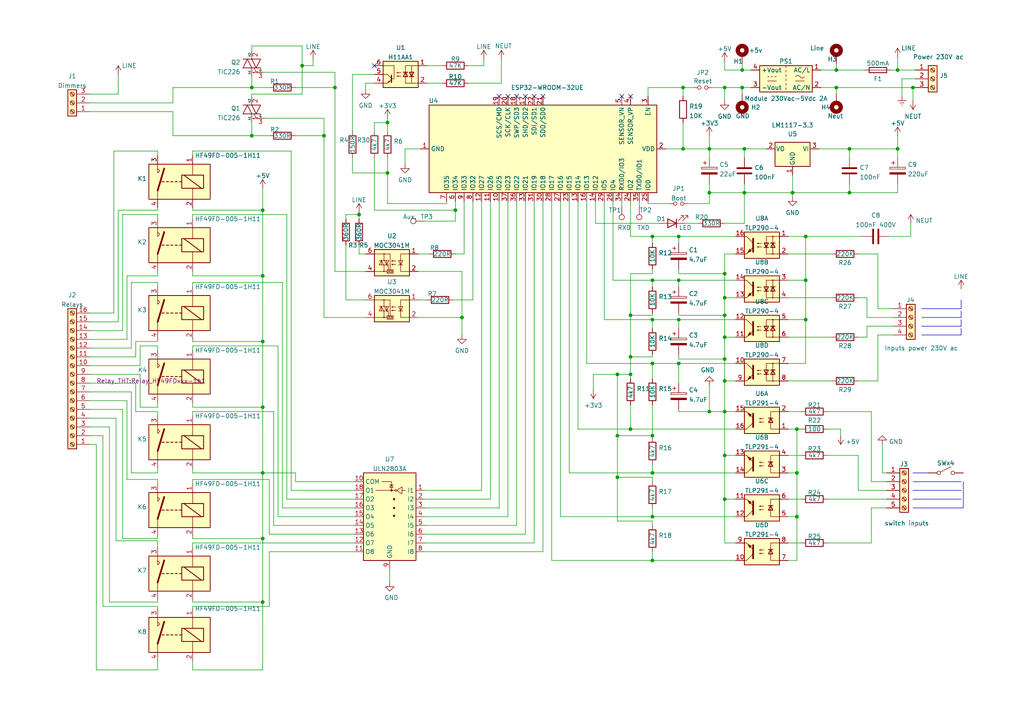
<source format=kicad_sch>
(kicad_sch (version 20230221) (generator eeschema)
  (paper "A4")
  (junction (at 182.88 108.585))
  (junction (at 189.23 105.41))
  (junction (at 76.2 156.21))
  (junction (at 189.23 126.365))
  (junction (at 242.57 25.4))
  (junction (at 233.68 68.58))
  (junction (at 189.23 137.16))
  (junction (at 182.88 91.44))
  (junction (at 198.12 25.4))
  (junction (at 76.2 80.01))
  (junction (at 112.395 50.165))
  (junction (at 215.9 43.18))
  (junction (at 189.23 68.58))
  (junction (at 205.74 55.88))
  (junction (at 210.185 104.14))
  (junction (at 231.14 124.46))
  (junction (at 179.07 126.365))
  (junction (at 210.185 25.4))
  (junction (at 97.155 25.4))
  (junction (at 189.23 92.71))
  (junction (at 73.025 25.4))
  (junction (at 76.2 137.16))
  (junction (at 210.185 79.375))
  (junction (at 242.57 20.32))
  (junction (at 196.85 68.58))
  (junction (at 260.35 20.32))
  (junction (at 231.14 137.16))
  (junction (at 76.2 174.625))
  (junction (at 182.88 124.46))
  (junction (at 210.185 91.44))
  (junction (at 198.12 43.18))
  (junction (at 246.38 55.88))
  (junction (at 215.265 25.4))
  (junction (at 205.74 119.38))
  (junction (at 210.185 144.78))
  (junction (at 233.68 92.71))
  (junction (at 112.395 35.56))
  (junction (at 189.23 81.28))
  (junction (at 182.88 103.505))
  (junction (at 189.23 149.86))
  (junction (at 76.2 99.06))
  (junction (at 76.2 118.11))
  (junction (at 210.185 132.08))
  (junction (at 215.265 20.32))
  (junction (at 233.68 81.28))
  (junction (at 229.87 55.88))
  (junction (at 93.98 39.37))
  (junction (at 179.07 108.585))
  (junction (at 205.74 43.18))
  (junction (at 104.14 62.23))
  (junction (at 246.38 43.18))
  (junction (at 196.85 92.71))
  (junction (at 215.9 55.88))
  (junction (at 179.07 138.43))
  (junction (at 260.35 43.18))
  (junction (at 196.85 81.28))
  (junction (at 210.185 110.49))
  (junction (at 76.2 60.96))
  (junction (at 231.14 149.86))
  (junction (at 196.85 105.41))
  (junction (at 87.63 19.05))
  (junction (at 264.795 25.4))
  (junction (at 210.185 119.38))
  (junction (at 132.08 60.96))
  (junction (at 133.985 92.075))
  (junction (at 210.185 86.36))
  (junction (at 210.185 97.79))
  (junction (at 189.23 162.56))
  (junction (at 73.025 39.37))
  (no_connect (at 144.78 27.94))
  (no_connect (at 147.32 27.94))
  (no_connect (at 149.86 27.94))
  (no_connect (at 152.4 27.94))
  (no_connect (at 154.94 27.94))
  (no_connect (at 180.34 27.94))
  (no_connect (at 157.48 27.94))
  (no_connect (at 182.88 27.94))
  (no_connect (at 108.585 19.05))
  (wire (pts (xy 26.035 123.825) (xy 31.75 123.825)))
  (wire (pts (xy 261.62 22.86) (xy 261.62 27.94)))
  (wire (pts (xy 93.98 34.29) (xy 93.98 39.37)))
  (wire (pts (xy 76.2 60.96) (xy 76.2 80.01)))
  (polyline (pts (xy 279.4 139.7) (xy 279.4 147.32)))
  (wire (pts (xy 189.23 134.62) (xy 189.23 137.16)))
  (wire (pts (xy 40.64 100.33) (xy 40.64 106.045)))
  (wire (pts (xy 228.6 68.58) (xy 233.68 68.58)))
  (wire (pts (xy 45.72 80.01) (xy 45.72 78.74)))
  (wire (pts (xy 259.08 89.535) (xy 254.635 89.535)))
  (wire (pts (xy 55.88 139.065) (xy 55.88 140.335)))
  (wire (pts (xy 26.035 29.845) (xy 50.165 29.845)))
  (wire (pts (xy 189.23 105.41) (xy 196.85 105.41)))
  (wire (pts (xy 55.88 43.815) (xy 84.455 43.815)))
  (wire (pts (xy 210.185 25.4) (xy 210.185 29.21)))
  (wire (pts (xy 189.23 117.475) (xy 189.23 126.365)))
  (wire (pts (xy 231.14 124.46) (xy 232.41 124.46)))
  (wire (pts (xy 39.37 99.06) (xy 39.37 103.505)))
  (wire (pts (xy 45.72 139.065) (xy 45.72 140.335)))
  (wire (pts (xy 139.7 142.24) (xy 123.19 142.24)))
  (wire (pts (xy 228.6 73.66) (xy 241.3 73.66)))
  (wire (pts (xy 35.56 62.23) (xy 35.56 95.885)))
  (wire (pts (xy 123.19 160.02) (xy 157.48 160.02)))
  (wire (pts (xy 177.8 81.28) (xy 189.23 81.28)))
  (wire (pts (xy 196.85 104.14) (xy 210.185 104.14)))
  (wire (pts (xy 196.85 90.805) (xy 196.85 91.44)))
  (wire (pts (xy 35.56 156.21) (xy 45.72 156.21)))
  (wire (pts (xy 189.23 151.13) (xy 179.07 151.13)))
  (wire (pts (xy 100.33 86.995) (xy 106.045 86.995)))
  (wire (pts (xy 78.105 175.895) (xy 78.105 160.02)))
  (wire (pts (xy 26.035 90.805) (xy 33.02 90.805)))
  (wire (pts (xy 121.92 43.18) (xy 117.475 43.18)))
  (wire (pts (xy 29.845 175.895) (xy 45.72 175.895)))
  (wire (pts (xy 254.635 73.66) (xy 248.92 73.66)))
  (polyline (pts (xy 267.335 97.155) (xy 278.765 97.155)))
  (wire (pts (xy 210.185 97.79) (xy 210.185 104.14)))
  (wire (pts (xy 260.35 53.34) (xy 260.35 55.88)))
  (wire (pts (xy 228.6 81.28) (xy 233.68 81.28)))
  (wire (pts (xy 45.72 194.31) (xy 45.72 191.77)))
  (polyline (pts (xy 278.765 95.25) (xy 278.765 97.155)))
  (wire (pts (xy 26.035 118.745) (xy 35.56 118.745)))
  (polyline (pts (xy 264.795 137.16) (xy 269.24 137.16)))
  (wire (pts (xy 189.23 160.02) (xy 189.23 162.56)))
  (wire (pts (xy 231.14 137.16) (xy 228.6 137.16)))
  (wire (pts (xy 76.835 20.955) (xy 97.155 20.955)))
  (wire (pts (xy 210.185 132.08) (xy 213.36 132.08)))
  (polyline (pts (xy 264.795 139.7) (xy 278.765 139.7)))
  (wire (pts (xy 167.64 124.46) (xy 167.64 58.42)))
  (wire (pts (xy 27.94 194.31) (xy 45.72 194.31)))
  (wire (pts (xy 97.155 20.955) (xy 97.155 25.4)))
  (wire (pts (xy 34.29 27.305) (xy 34.29 21.59)))
  (wire (pts (xy 199.39 59.055) (xy 205.74 59.055)))
  (wire (pts (xy 233.68 81.28) (xy 233.68 68.58)))
  (wire (pts (xy 189.23 126.365) (xy 179.07 126.365)))
  (wire (pts (xy 45.72 101.6) (xy 45.72 100.33)))
  (wire (pts (xy 36.83 139.065) (xy 45.72 139.065)))
  (wire (pts (xy 79.375 119.38) (xy 79.375 152.4)))
  (wire (pts (xy 55.88 174.625) (xy 76.2 174.625)))
  (wire (pts (xy 87.63 13.335) (xy 87.63 19.05)))
  (wire (pts (xy 55.88 120.65) (xy 55.88 119.38)))
  (wire (pts (xy 87.63 19.05) (xy 87.63 27.305)))
  (wire (pts (xy 97.155 78.74) (xy 106.045 78.74)))
  (wire (pts (xy 123.825 19.05) (xy 128.27 19.05)))
  (polyline (pts (xy 267.335 89.535) (xy 278.765 89.535)))
  (wire (pts (xy 154.94 58.42) (xy 154.94 157.48)))
  (wire (pts (xy 205.74 53.34) (xy 205.74 55.88)))
  (wire (pts (xy 259.08 94.615) (xy 251.46 94.615)))
  (wire (pts (xy 45.72 176.53) (xy 45.72 175.895)))
  (wire (pts (xy 108.585 38.1) (xy 108.585 35.56)))
  (wire (pts (xy 50.165 32.385) (xy 50.165 39.37)))
  (wire (pts (xy 85.725 25.4) (xy 97.155 25.4)))
  (wire (pts (xy 85.725 39.37) (xy 93.98 39.37)))
  (wire (pts (xy 182.88 91.44) (xy 189.23 91.44)))
  (wire (pts (xy 196.85 79.375) (xy 210.185 79.375)))
  (wire (pts (xy 39.37 111.125) (xy 26.035 111.125)))
  (wire (pts (xy 102.235 21.59) (xy 102.235 38.1)))
  (wire (pts (xy 228.6 86.36) (xy 241.3 86.36)))
  (wire (pts (xy 228.6 110.49) (xy 241.3 110.49)))
  (wire (pts (xy 257.175 139.7) (xy 252.73 139.7)))
  (wire (pts (xy 112.395 45.72) (xy 112.395 50.165)))
  (wire (pts (xy 93.98 39.37) (xy 93.98 92.075)))
  (wire (pts (xy 189.23 92.71) (xy 189.23 95.25)))
  (wire (pts (xy 260.35 20.32) (xy 265.43 20.32)))
  (wire (pts (xy 196.85 92.71) (xy 189.23 92.71)))
  (wire (pts (xy 123.19 154.94) (xy 152.4 154.94)))
  (wire (pts (xy 80.645 100.33) (xy 80.645 149.86)))
  (wire (pts (xy 198.755 64.77) (xy 202.565 64.77)))
  (wire (pts (xy 112.395 34.29) (xy 112.395 35.56)))
  (wire (pts (xy 55.88 157.48) (xy 102.87 157.48)))
  (polyline (pts (xy 264.795 142.24) (xy 278.765 142.24)))
  (wire (pts (xy 251.46 86.36) (xy 248.92 86.36)))
  (wire (pts (xy 196.85 119.38) (xy 205.74 119.38)))
  (wire (pts (xy 205.74 43.18) (xy 215.9 43.18)))
  (wire (pts (xy 112.395 50.165) (xy 102.235 50.165)))
  (wire (pts (xy 76.2 156.21) (xy 76.2 174.625)))
  (wire (pts (xy 264.16 64.77) (xy 264.16 68.58)))
  (wire (pts (xy 210.185 132.08) (xy 210.185 144.78)))
  (wire (pts (xy 248.92 132.08) (xy 248.92 142.24)))
  (wire (pts (xy 78.105 154.94) (xy 102.87 154.94)))
  (wire (pts (xy 264.16 68.58) (xy 257.81 68.58)))
  (wire (pts (xy 102.87 147.32) (xy 81.915 147.32)))
  (wire (pts (xy 252.73 157.48) (xy 240.03 157.48)))
  (wire (pts (xy 189.23 162.56) (xy 160.02 162.56)))
  (wire (pts (xy 213.36 149.86) (xy 189.23 149.86)))
  (wire (pts (xy 73.025 14.605) (xy 73.025 13.335)))
  (wire (pts (xy 210.185 157.48) (xy 213.36 157.48)))
  (wire (pts (xy 137.16 86.995) (xy 131.445 86.995)))
  (wire (pts (xy 240.03 144.78) (xy 257.175 144.78)))
  (wire (pts (xy 182.88 91.44) (xy 182.88 103.505)))
  (wire (pts (xy 165.1 137.16) (xy 189.23 137.16)))
  (wire (pts (xy 170.18 105.41) (xy 189.23 105.41)))
  (wire (pts (xy 215.9 55.88) (xy 229.87 55.88)))
  (wire (pts (xy 113.03 165.1) (xy 113.03 168.91)))
  (wire (pts (xy 26.035 113.665) (xy 38.1 113.665)))
  (wire (pts (xy 260.35 39.37) (xy 260.35 43.18)))
  (wire (pts (xy 45.72 119.38) (xy 39.37 119.38)))
  (wire (pts (xy 55.88 98.425) (xy 55.88 99.06)))
  (wire (pts (xy 29.845 175.895) (xy 29.845 126.365)))
  (wire (pts (xy 45.72 100.33) (xy 40.64 100.33)))
  (wire (pts (xy 189.23 138.43) (xy 179.07 138.43)))
  (wire (pts (xy 189.23 152.4) (xy 189.23 151.13)))
  (wire (pts (xy 133.985 92.075) (xy 133.985 97.155)))
  (wire (pts (xy 90.805 17.145) (xy 90.805 19.05)))
  (wire (pts (xy 112.395 35.56) (xy 112.395 38.1)))
  (wire (pts (xy 255.905 128.905) (xy 255.905 137.16)))
  (wire (pts (xy 36.83 116.205) (xy 36.83 139.065)))
  (wire (pts (xy 90.805 19.05) (xy 87.63 19.05)))
  (wire (pts (xy 238.125 20.32) (xy 242.57 20.32)))
  (wire (pts (xy 210.185 86.36) (xy 210.185 91.44)))
  (wire (pts (xy 31.75 123.825) (xy 31.75 174.625)))
  (wire (pts (xy 135.89 24.13) (xy 145.415 24.13)))
  (wire (pts (xy 137.16 58.42) (xy 137.16 86.995)))
  (wire (pts (xy 157.48 160.02) (xy 157.48 58.42)))
  (wire (pts (xy 84.455 142.24) (xy 102.87 142.24)))
  (wire (pts (xy 189.23 78.105) (xy 189.23 79.375)))
  (wire (pts (xy 237.49 43.18) (xy 246.38 43.18)))
  (wire (pts (xy 251.46 92.075) (xy 251.46 86.36)))
  (wire (pts (xy 139.7 58.42) (xy 139.7 142.24)))
  (wire (pts (xy 26.035 98.425) (xy 36.83 98.425)))
  (wire (pts (xy 177.8 58.42) (xy 177.8 81.28)))
  (wire (pts (xy 38.1 137.16) (xy 38.1 113.665)))
  (wire (pts (xy 45.72 156.21) (xy 45.72 155.575)))
  (wire (pts (xy 26.035 32.385) (xy 50.165 32.385)))
  (wire (pts (xy 257.175 147.32) (xy 252.73 147.32)))
  (wire (pts (xy 55.88 175.895) (xy 78.105 175.895)))
  (wire (pts (xy 55.88 135.89) (xy 55.88 137.16)))
  (wire (pts (xy 254.635 97.155) (xy 254.635 110.49)))
  (wire (pts (xy 45.72 45.085) (xy 45.72 43.815)))
  (wire (pts (xy 50.165 29.845) (xy 50.165 25.4)))
  (wire (pts (xy 182.88 103.505) (xy 182.88 108.585)))
  (wire (pts (xy 189.23 105.41) (xy 189.23 109.855)))
  (wire (pts (xy 26.035 128.905) (xy 27.94 128.905)))
  (wire (pts (xy 33.655 156.845) (xy 33.655 121.285)))
  (wire (pts (xy 55.88 99.06) (xy 76.2 99.06)))
  (wire (pts (xy 172.72 64.77) (xy 172.72 58.42)))
  (wire (pts (xy 152.4 154.94) (xy 152.4 58.42)))
  (wire (pts (xy 149.86 152.4) (xy 123.19 152.4)))
  (wire (pts (xy 228.6 162.56) (xy 231.14 162.56)))
  (wire (pts (xy 228.6 97.79) (xy 241.3 97.79)))
  (wire (pts (xy 254.635 110.49) (xy 248.92 110.49)))
  (wire (pts (xy 29.845 126.365) (xy 26.035 126.365)))
  (wire (pts (xy 182.88 124.46) (xy 213.36 124.46)))
  (wire (pts (xy 210.185 20.32) (xy 215.265 20.32)))
  (wire (pts (xy 189.23 92.71) (xy 175.26 92.71)))
  (wire (pts (xy 39.37 103.505) (xy 26.035 103.505)))
  (wire (pts (xy 257.175 142.24) (xy 248.92 142.24)))
  (wire (pts (xy 34.29 60.96) (xy 45.72 60.96)))
  (wire (pts (xy 55.88 158.75) (xy 55.88 157.48)))
  (wire (pts (xy 50.165 39.37) (xy 73.025 39.37)))
  (wire (pts (xy 117.475 43.18) (xy 117.475 47.625)))
  (wire (pts (xy 215.265 25.4) (xy 217.805 25.4)))
  (wire (pts (xy 40.64 106.045) (xy 26.035 106.045)))
  (wire (pts (xy 210.185 91.44) (xy 210.185 97.79)))
  (wire (pts (xy 189.23 81.28) (xy 196.85 81.28)))
  (wire (pts (xy 73.025 39.37) (xy 78.105 39.37)))
  (wire (pts (xy 55.88 60.96) (xy 76.2 60.96)))
  (wire (pts (xy 246.38 55.88) (xy 260.35 55.88)))
  (wire (pts (xy 215.265 18.415) (xy 215.265 20.32)))
  (wire (pts (xy 252.73 119.38) (xy 252.73 139.7)))
  (wire (pts (xy 229.87 55.88) (xy 246.38 55.88)))
  (wire (pts (xy 55.88 175.895) (xy 55.88 176.53)))
  (wire (pts (xy 182.88 124.46) (xy 167.64 124.46)))
  (wire (pts (xy 108.585 35.56) (xy 112.395 35.56)))
  (wire (pts (xy 213.36 73.66) (xy 210.185 73.66)))
  (wire (pts (xy 26.035 27.305) (xy 34.29 27.305)))
  (wire (pts (xy 198.12 35.56) (xy 198.12 43.18)))
  (wire (pts (xy 55.88 100.33) (xy 80.645 100.33)))
  (wire (pts (xy 112.395 59.055) (xy 112.395 50.165)))
  (wire (pts (xy 210.185 79.375) (xy 210.185 86.36)))
  (wire (pts (xy 55.88 118.11) (xy 76.2 118.11)))
  (wire (pts (xy 129.54 59.055) (xy 112.395 59.055)))
  (wire (pts (xy 246.38 43.18) (xy 246.38 45.72)))
  (wire (pts (xy 45.72 116.84) (xy 45.72 118.11)))
  (wire (pts (xy 100.33 71.12) (xy 100.33 86.995)))
  (wire (pts (xy 50.165 25.4) (xy 73.025 25.4)))
  (wire (pts (xy 228.6 92.71) (xy 233.68 92.71)))
  (polyline (pts (xy 264.795 147.32) (xy 279.4 147.32)))
  (wire (pts (xy 26.035 93.345) (xy 34.29 93.345)))
  (wire (pts (xy 45.72 98.425) (xy 45.72 99.06)))
  (wire (pts (xy 147.32 149.86) (xy 147.32 58.42)))
  (wire (pts (xy 121.285 78.74) (xy 133.985 78.74)))
  (wire (pts (xy 144.78 147.32) (xy 123.19 147.32)))
  (wire (pts (xy 36.83 80.01) (xy 45.72 80.01)))
  (wire (pts (xy 205.74 55.88) (xy 215.9 55.88)))
  (wire (pts (xy 45.72 62.23) (xy 35.56 62.23)))
  (wire (pts (xy 198.12 43.18) (xy 205.74 43.18)))
  (wire (pts (xy 185.42 58.42) (xy 185.42 59.69)))
  (wire (pts (xy 215.9 55.88) (xy 215.9 64.77)))
  (wire (pts (xy 229.87 50.8) (xy 229.87 55.88)))
  (wire (pts (xy 231.14 149.86) (xy 231.14 137.16)))
  (wire (pts (xy 210.185 104.14) (xy 210.185 110.49)))
  (wire (pts (xy 182.88 117.475) (xy 182.88 124.46)))
  (wire (pts (xy 259.08 92.075) (xy 251.46 92.075)))
  (wire (pts (xy 76.2 99.06) (xy 76.2 118.11)))
  (wire (pts (xy 45.72 135.89) (xy 45.72 137.16)))
  (wire (pts (xy 189.23 83.185) (xy 189.23 81.28)))
  (wire (pts (xy 179.07 126.365) (xy 179.07 108.585)))
  (wire (pts (xy 228.6 157.48) (xy 232.41 157.48)))
  (wire (pts (xy 154.94 157.48) (xy 123.19 157.48)))
  (wire (pts (xy 264.795 25.4) (xy 265.43 25.4)))
  (wire (pts (xy 196.85 92.71) (xy 196.85 95.25)))
  (wire (pts (xy 205.74 59.055) (xy 205.74 55.88)))
  (wire (pts (xy 73.025 27.305) (xy 73.025 27.94)))
  (wire (pts (xy 149.86 58.42) (xy 149.86 152.4)))
  (wire (pts (xy 194.31 59.055) (xy 187.96 59.055)))
  (wire (pts (xy 76.2 54.61) (xy 76.2 60.96)))
  (wire (pts (xy 189.23 68.58) (xy 196.85 68.58)))
  (wire (pts (xy 196.85 111.125) (xy 196.85 105.41)))
  (wire (pts (xy 78.105 139.065) (xy 78.105 154.94)))
  (wire (pts (xy 106.045 24.13) (xy 106.045 26.035)))
  (wire (pts (xy 73.025 13.335) (xy 87.63 13.335)))
  (wire (pts (xy 135.89 19.05) (xy 140.335 19.05)))
  (wire (pts (xy 104.14 61.595) (xy 104.14 62.23)))
  (wire (pts (xy 45.72 83.185) (xy 45.72 81.915)))
  (wire (pts (xy 233.68 92.71) (xy 233.68 81.28)))
  (wire (pts (xy 242.57 20.32) (xy 250.825 20.32)))
  (wire (pts (xy 189.23 68.58) (xy 189.23 70.485)))
  (wire (pts (xy 76.2 174.625) (xy 76.2 194.31)))
  (wire (pts (xy 132.08 64.135) (xy 132.08 60.96)))
  (wire (pts (xy 179.07 138.43) (xy 179.07 126.365)))
  (wire (pts (xy 34.29 93.345) (xy 34.29 60.96)))
  (wire (pts (xy 196.85 118.745) (xy 196.85 119.38)))
  (wire (pts (xy 180.34 58.42) (xy 180.34 59.69)))
  (wire (pts (xy 26.035 116.205) (xy 36.83 116.205)))
  (wire (pts (xy 87.63 27.305) (xy 73.025 27.305)))
  (wire (pts (xy 210.185 119.38) (xy 210.185 132.08)))
  (wire (pts (xy 189.23 79.375) (xy 182.88 79.375)))
  (wire (pts (xy 93.98 92.075) (xy 106.045 92.075)))
  (polyline (pts (xy 278.765 90.17) (xy 278.765 92.075)))
  (wire (pts (xy 198.12 25.4) (xy 187.96 25.4)))
  (wire (pts (xy 257.175 137.16) (xy 255.905 137.16)))
  (wire (pts (xy 83.185 62.23) (xy 55.88 62.23)))
  (polyline (pts (xy 267.335 94.615) (xy 278.765 94.615)))
  (wire (pts (xy 213.36 144.78) (xy 210.185 144.78)))
  (wire (pts (xy 264.795 25.4) (xy 264.795 29.21)))
  (wire (pts (xy 55.88 119.38) (xy 79.375 119.38)))
  (wire (pts (xy 189.23 137.16) (xy 213.36 137.16)))
  (wire (pts (xy 55.88 101.6) (xy 55.88 100.33)))
  (wire (pts (xy 144.78 58.42) (xy 144.78 147.32)))
  (wire (pts (xy 81.915 81.915) (xy 55.88 81.915)))
  (wire (pts (xy 55.88 78.74) (xy 55.88 80.01)))
  (wire (pts (xy 172.72 64.77) (xy 191.135 64.77)))
  (wire (pts (xy 33.655 121.285) (xy 26.035 121.285)))
  (wire (pts (xy 100.33 62.23) (xy 104.14 62.23)))
  (wire (pts (xy 228.6 119.38) (xy 232.41 119.38)))
  (wire (pts (xy 38.1 81.915) (xy 38.1 100.965)))
  (polyline (pts (xy 278.765 92.71) (xy 278.765 94.615)))
  (wire (pts (xy 205.74 119.38) (xy 210.185 119.38)))
  (wire (pts (xy 240.03 132.08) (xy 248.92 132.08)))
  (wire (pts (xy 198.12 27.94) (xy 198.12 25.4)))
  (wire (pts (xy 189.23 139.7) (xy 189.23 138.43)))
  (wire (pts (xy 73.025 22.225) (xy 73.025 25.4)))
  (wire (pts (xy 76.835 34.29) (xy 93.98 34.29)))
  (wire (pts (xy 251.46 94.615) (xy 251.46 97.79)))
  (wire (pts (xy 121.285 86.995) (xy 123.825 86.995)))
  (wire (pts (xy 189.23 102.87) (xy 189.23 103.505)))
  (wire (pts (xy 231.14 124.46) (xy 231.14 137.16)))
  (wire (pts (xy 76.2 80.01) (xy 76.2 99.06)))
  (wire (pts (xy 45.72 120.65) (xy 45.72 119.38)))
  (wire (pts (xy 55.88 80.01) (xy 76.2 80.01)))
  (wire (pts (xy 242.57 18.415) (xy 242.57 20.32)))
  (wire (pts (xy 38.1 100.965) (xy 26.035 100.965)))
  (wire (pts (xy 179.07 151.13) (xy 179.07 138.43)))
  (wire (pts (xy 206.375 25.4) (xy 210.185 25.4)))
  (wire (pts (xy 228.6 105.41) (xy 233.68 105.41)))
  (wire (pts (xy 215.265 20.32) (xy 217.805 20.32)))
  (wire (pts (xy 78.105 160.02) (xy 102.87 160.02)))
  (wire (pts (xy 55.88 60.325) (xy 55.88 60.96)))
  (wire (pts (xy 76.2 194.31) (xy 55.88 194.31)))
  (wire (pts (xy 76.2 118.11) (xy 76.2 137.16)))
  (wire (pts (xy 55.88 156.21) (xy 76.2 156.21)))
  (wire (pts (xy 189.23 149.86) (xy 162.56 149.86)))
  (wire (pts (xy 108.585 21.59) (xy 102.235 21.59)))
  (wire (pts (xy 55.88 137.16) (xy 76.2 137.16)))
  (wire (pts (xy 39.37 119.38) (xy 39.37 111.125)))
  (wire (pts (xy 196.85 70.485) (xy 196.85 68.58)))
  (wire (pts (xy 229.87 55.88) (xy 229.87 57.15)))
  (wire (pts (xy 210.185 64.77) (xy 215.9 64.77)))
  (wire (pts (xy 205.74 45.72) (xy 205.74 43.18)))
  (wire (pts (xy 175.26 58.42) (xy 175.26 92.71)))
  (wire (pts (xy 45.72 99.06) (xy 39.37 99.06)))
  (wire (pts (xy 189.23 103.505) (xy 182.88 103.505)))
  (wire (pts (xy 213.36 162.56) (xy 189.23 162.56)))
  (wire (pts (xy 215.265 27.305) (xy 215.265 25.4)))
  (wire (pts (xy 210.185 110.49) (xy 210.185 119.38)))
  (wire (pts (xy 189.23 127) (xy 189.23 126.365)))
  (wire (pts (xy 170.18 105.41) (xy 170.18 58.42)))
  (wire (pts (xy 198.12 25.4) (xy 201.295 25.4)))
  (wire (pts (xy 45.72 137.16) (xy 38.1 137.16)))
  (wire (pts (xy 100.33 63.5) (xy 100.33 62.23)))
  (wire (pts (xy 233.68 105.41) (xy 233.68 92.71)))
  (wire (pts (xy 205.74 39.37) (xy 205.74 43.18)))
  (wire (pts (xy 55.88 62.23) (xy 55.88 63.5)))
  (wire (pts (xy 97.155 25.4) (xy 97.155 78.74)))
  (wire (pts (xy 196.85 81.28) (xy 196.85 83.185)))
  (wire (pts (xy 123.825 24.13) (xy 128.27 24.13)))
  (polyline (pts (xy 264.795 144.78) (xy 278.765 144.78)))
  (wire (pts (xy 121.285 92.075) (xy 133.985 92.075)))
  (wire (pts (xy 228.6 132.08) (xy 232.41 132.08)))
  (wire (pts (xy 196.85 68.58) (xy 213.36 68.58)))
  (wire (pts (xy 55.88 194.31) (xy 55.88 191.77)))
  (wire (pts (xy 233.68 68.58) (xy 250.19 68.58)))
  (wire (pts (xy 165.1 137.16) (xy 165.1 58.42)))
  (wire (pts (xy 45.72 43.815) (xy 33.02 43.815)))
  (polyline (pts (xy 267.335 92.075) (xy 278.765 92.075)))
  (wire (pts (xy 121.285 73.66) (xy 124.46 73.66)))
  (wire (pts (xy 55.88 173.99) (xy 55.88 174.625)))
  (wire (pts (xy 78.105 25.4) (xy 73.025 25.4)))
  (wire (pts (xy 179.07 108.585) (xy 182.88 108.585)))
  (wire (pts (xy 222.25 43.18) (xy 215.9 43.18)))
  (wire (pts (xy 182.88 108.585) (xy 182.88 109.855)))
  (wire (pts (xy 265.43 22.86) (xy 261.62 22.86)))
  (wire (pts (xy 172.085 113.03) (xy 172.085 108.585)))
  (wire (pts (xy 213.36 81.28) (xy 196.85 81.28)))
  (wire (pts (xy 45.72 156.845) (xy 33.655 156.845)))
  (wire (pts (xy 40.64 108.585) (xy 40.64 118.11)))
  (wire (pts (xy 196.85 91.44) (xy 210.185 91.44)))
  (wire (pts (xy 45.72 158.75) (xy 45.72 156.845)))
  (wire (pts (xy 210.185 97.79) (xy 213.36 97.79)))
  (wire (pts (xy 83.185 144.78) (xy 83.185 62.23)))
  (wire (pts (xy 259.08 97.155) (xy 254.635 97.155)))
  (wire (pts (xy 228.6 144.78) (xy 232.41 144.78)))
  (wire (pts (xy 123.19 64.135) (xy 132.08 64.135)))
  (wire (pts (xy 81.915 147.32) (xy 81.915 81.915)))
  (wire (pts (xy 45.72 174.625) (xy 45.72 173.99)))
  (wire (pts (xy 243.84 126.365) (xy 243.84 124.46)))
  (wire (pts (xy 76.2 137.16) (xy 76.2 156.21)))
  (wire (pts (xy 215.9 43.18) (xy 215.9 45.72)))
  (wire (pts (xy 134.62 58.42) (xy 134.62 73.66)))
  (wire (pts (xy 160.02 162.56) (xy 160.02 58.42)))
  (wire (pts (xy 260.35 43.18) (xy 260.35 45.72)))
  (wire (pts (xy 132.08 60.96) (xy 108.585 60.96)))
  (wire (pts (xy 140.335 19.05) (xy 140.335 17.145)))
  (wire (pts (xy 228.6 149.86) (xy 231.14 149.86)))
  (wire (pts (xy 145.415 24.13) (xy 145.415 17.145)))
  (wire (pts (xy 210.185 110.49) (xy 213.36 110.49)))
  (wire (pts (xy 240.03 119.38) (xy 252.73 119.38)))
  (wire (pts (xy 73.025 35.56) (xy 73.025 39.37)))
  (wire (pts (xy 85.725 139.7) (xy 85.725 137.16)))
  (wire (pts (xy 102.235 50.165) (xy 102.235 45.72)))
  (wire (pts (xy 104.14 62.23) (xy 104.14 63.5)))
  (wire (pts (xy 258.445 20.32) (xy 260.35 20.32)))
  (wire (pts (xy 210.185 73.66) (xy 210.185 79.375)))
  (polyline (pts (xy 278.765 86.995) (xy 278.765 89.535)))
  (wire (pts (xy 187.96 59.055) (xy 187.96 58.42)))
  (wire (pts (xy 102.87 144.78) (xy 83.185 144.78)))
  (wire (pts (xy 55.88 116.84) (xy 55.88 118.11)))
  (wire (pts (xy 104.14 71.12) (xy 104.14 73.66)))
  (wire (pts (xy 31.75 174.625) (xy 45.72 174.625)))
  (wire (pts (xy 123.19 149.86) (xy 147.32 149.86)))
  (wire (pts (xy 196.85 105.41) (xy 213.36 105.41)))
  (wire (pts (xy 205.74 111.76) (xy 205.74 119.38)))
  (wire (pts (xy 172.085 108.585) (xy 179.07 108.585)))
  (wire (pts (xy 182.88 79.375) (xy 182.88 91.44)))
  (wire (pts (xy 104.14 73.66) (xy 106.045 73.66)))
  (wire (pts (xy 254.635 89.535) (xy 254.635 73.66)))
  (wire (pts (xy 132.08 60.96) (xy 132.08 58.42)))
  (wire (pts (xy 55.88 45.085) (xy 55.88 43.815)))
  (wire (pts (xy 196.85 78.105) (xy 196.85 79.375)))
  (wire (pts (xy 27.94 128.905) (xy 27.94 194.31)))
  (wire (pts (xy 55.88 81.915) (xy 55.88 83.185)))
  (wire (pts (xy 231.14 149.86) (xy 231.14 162.56)))
  (wire (pts (xy 248.92 97.79) (xy 251.46 97.79)))
  (wire (pts (xy 213.36 92.71) (xy 196.85 92.71)))
  (wire (pts (xy 260.35 16.51) (xy 260.35 20.32)))
  (wire (pts (xy 187.96 25.4) (xy 187.96 27.94)))
  (wire (pts (xy 238.125 25.4) (xy 242.57 25.4)))
  (wire (pts (xy 45.72 118.11) (xy 40.64 118.11)))
  (wire (pts (xy 129.54 59.055) (xy 129.54 58.42)))
  (wire (pts (xy 79.375 152.4) (xy 102.87 152.4)))
  (wire (pts (xy 108.585 24.13) (xy 106.045 24.13)))
  (wire (pts (xy 215.9 53.34) (xy 215.9 55.88)))
  (wire (pts (xy 134.62 73.66) (xy 132.08 73.66)))
  (wire (pts (xy 33.02 43.815) (xy 33.02 90.805)))
  (wire (pts (xy 196.85 102.87) (xy 196.85 104.14)))
  (wire (pts (xy 108.585 60.96) (xy 108.585 45.72)))
  (wire (pts (xy 35.56 118.745) (xy 35.56 156.21)))
  (wire (pts (xy 35.56 95.885) (xy 26.035 95.885)))
  (wire (pts (xy 36.83 98.425) (xy 36.83 80.01)))
  (wire (pts (xy 210.185 25.4) (xy 215.265 25.4)))
  (wire (pts (xy 252.73 147.32) (xy 252.73 157.48)))
  (wire (pts (xy 142.24 144.78) (xy 142.24 58.42)))
  (wire (pts (xy 189.23 147.32) (xy 189.23 149.86)))
  (wire (pts (xy 80.645 149.86) (xy 102.87 149.86)))
  (wire (pts (xy 228.6 124.46) (xy 231.14 124.46)))
  (wire (pts (xy 213.36 119.38) (xy 210.185 119.38)))
  (wire (pts (xy 40.64 108.585) (xy 26.035 108.585)))
  (wire (pts (xy 182.88 58.42) (xy 182.88 68.58)))
  (wire (pts (xy 242.57 25.4) (xy 242.57 27.305)))
  (wire (pts (xy 84.455 43.815) (xy 84.455 142.24)))
  (wire (pts (xy 210.185 86.36) (xy 213.36 86.36)))
  (wire (pts (xy 243.84 124.46) (xy 240.03 124.46)))
  (wire (pts (xy 55.88 139.065) (xy 78.105 139.065)))
  (wire (pts (xy 133.985 78.74) (xy 133.985 92.075)))
  (wire (pts (xy 246.38 43.18) (xy 260.35 43.18)))
  (wire (pts (xy 246.38 53.34) (xy 246.38 55.88)))
  (wire (pts (xy 193.04 43.18) (xy 198.12 43.18)))
  (wire (pts (xy 182.88 68.58) (xy 189.23 68.58)))
  (wire (pts (xy 45.72 63.5) (xy 45.72 62.23)))
  (wire (pts (xy 102.87 139.7) (xy 85.725 139.7)))
  (wire (pts (xy 55.88 155.575) (xy 55.88 156.21)))
  (wire (pts (xy 123.19 144.78) (xy 142.24 144.78)))
  (wire (pts (xy 45.72 60.96) (xy 45.72 60.325)))
  (wire (pts (xy 85.725 137.16) (xy 76.2 137.16)))
  (wire (pts (xy 45.72 81.915) (xy 38.1 81.915)))
  (wire (pts (xy 189.23 90.805) (xy 189.23 91.44)))
  (wire (pts (xy 162.56 149.86) (xy 162.56 58.42)))
  (wire (pts (xy 242.57 25.4) (xy 264.795 25.4)))
  (wire (pts (xy 210.185 17.78) (xy 210.185 20.32)))
  (wire (pts (xy 210.185 144.78) (xy 210.185 157.48)))
  (symbol (lib_id "power:NEUT") (at 264.795 29.21 180) (unit 1)
    (property "Reference" "#PWR018" (effects hide))
    (property "Value" "NEUT" (at 264.795 33.7725 0))
  )
  (symbol (lib_id "Device:R") (at 112.395 41.91 180) (unit 1)
    (property "Reference" "R6" (at 114.173 41.0015 0) (effects (justify right)))
    (property "Value" "4k7" (at 112.395 43.815 90) (effects (justify right)))
    (property "Footprint" "Resistor_SMD:R_0805_2012Metric" (effects hide))
  )
  (symbol (lib_id "power:LINE") (at 104.14 61.595 0) (unit 1)
    (property "Reference" "#PWR04" (effects hide))
    (property "Value" "LINE" (at 104.14 57.9905 0))
  )
  (symbol (lib_id "power:+5V") (at 243.84 126.365 180) (unit 1)
    (property "Reference" "#PWR019" (effects hide))
    (property "Value" "+5V" (at 245.237 128.114 0) (effects (justify right)))
  )
  (symbol (lib_id "Device:R") (at 245.11 110.49 270) (unit 1)
    (property "Reference" "R29" (at 245.11 113.03 90))
    (property "Value" "220K" (at 245.11 110.49 90))
    (property "Footprint" "Resistor_THT:R_Axial_DIN0204_L3.6mm_D1.6mm_P2.54mm_Vertical" (effects hide))
  )
  (symbol (lib_id "Device:R") (at 189.23 113.665 0) (unit 1)
    (property "Reference" "R15" (at 191.008 112.7565 0) (effects (justify left)))
    (property "Value" "10K" (at 189.23 115.57 90) (effects (justify left)))
    (property "Footprint" "Resistor_SMD:R_0805_2012Metric" (effects hide))
  )
  (symbol (lib_id "Device:CP") (at 196.85 99.06 0) (unit 1)
    (property "Reference" "C3" (at 199.771 97.2625 0) (effects (justify left)))
    (property "Value" "4.7uF" (at 199.771 100.0376 0) (effects (justify left)))
    (property "Footprint" "Capacitor_SMD:CP_Elec_4x3.9" (effects hide))
  )
  (symbol (lib_id "power:NEUT") (at 264.16 64.77 0) (unit 1)
    (property "Reference" "#PWR023" (effects hide))
    (property "Value" "NEUT" (at 265.557 63.979 0) (effects (justify left)))
  )
  (symbol (lib_id "Isolator:TLP291-4") (at 220.98 134.62 180) (unit 2)
    (property "Reference" "U6" (at 220.98 126.8435 0))
    (property "Value" "TLP291-4" (at 220.98 129.6186 0))
    (property "Footprint" "Package_SO:SOIC-16_4.55x10.3mm_P1.27mm" (effects hide))
    (property "Datasheet" "https://toshiba.semicon-storage.com/info/docget.jsp?did=12858&prodName=TLP291-4" (effects hide))
  )
  (symbol (lib_id "Connector:Screw_Terminal_01x05") (at 262.255 142.24 0) (unit 1)
    (property "Reference" "J3" (at 260.985 134.62 0) (effects (justify left)))
    (property "Value" "switch inputs" (at 256.54 151.765 0) (effects (justify left)))
    (property "Footprint" "Connector_Phoenix_MC:PhoenixContact_MCV_1,5_5-G-3.5_1x05_P3.50mm_Vertical" (effects hide))
  )
  (symbol (lib_id "Isolator:TLP291-4") (at 220.98 121.92 180) (unit 1)
    (property "Reference" "U6" (at 220.98 114.1435 0))
    (property "Value" "TLP291-4" (at 220.98 116.9186 0))
    (property "Footprint" "Package_SO:SOIC-16_4.55x10.3mm_P1.27mm" (effects hide))
    (property "Datasheet" "https://toshiba.semicon-storage.com/info/docget.jsp?did=12858&prodName=TLP291-4" (effects hide))
  )
  (symbol (lib_id "Device:R") (at 245.11 86.36 270) (unit 1)
    (property "Reference" "R27" (at 245.11 88.9 90))
    (property "Value" "220K" (at 245.11 86.36 90))
    (property "Footprint" "Resistor_THT:R_Axial_DIN0204_L3.6mm_D1.6mm_P2.54mm_Vertical" (effects hide))
  )
  (symbol (lib_id "power:+3V3") (at 112.395 34.29 0) (unit 1)
    (property "Reference" "#PWR05" (effects hide))
    (property "Value" "+3V3" (at 112.395 30.6855 0))
  )
  (symbol (lib_id "Connector:Screw_Terminal_01x03") (at 270.51 22.86 0) (unit 1)
    (property "Reference" "J5" (at 272.542 21.9515 0) (effects (justify left)))
    (property "Value" "Power 230V ac" (at 264.795 16.51 0) (effects (justify left)))
    (property "Footprint" "Connector_Phoenix_MC:PhoenixContact_MCV_1,5_3-G-3.5_1x03_P3.50mm_Vertical" (effects hide))
  )
  (symbol (lib_id "Device:R") (at 198.12 31.75 180) (unit 1)
    (property "Reference" "R19" (at 199.898 30.8415 0) (effects (justify right)))
    (property "Value" "10K" (at 199.898 33.6166 0) (effects (justify right)))
    (property "Footprint" "Resistor_SMD:R_0805_2012Metric" (effects hide))
  )
  (symbol (lib_id "power:GND") (at 255.905 128.905 180) (unit 1)
    (property "Reference" "#PWR020" (effects hide))
    (property "Value" "GND" (at 257.81 128.114 0) (effects (justify right)))
  )
  (symbol (lib_name "SANYOU_SRD_Form_A_1") (lib_id "Relay:SANYOU_SRD_Form_A") (at 50.8 109.22 0) (mirror y) (unit 1)
    (property "Reference" "K4" (at 40.005 107.315 0) (effects (justify right)))
    (property "Value" "HF49FD-005-1H11" (at 56.515 101.6 0) (effects (justify right)))
    (property "Footprint" "Relay_THT:Relay_HF49FDxxx-1h1" (at 59.69 110.49 0) (effects (justify left)))
  )
  (symbol (lib_id "power:LINE") (at 90.805 17.145 0) (unit 1)
    (property "Reference" "#PWR03" (effects hide))
    (property "Value" "LINE" (at 90.805 13.5405 0))
  )
  (symbol (lib_id "Device:Jumper_NO_Small") (at 196.85 59.055 0) (unit 1)
    (property "Reference" "JP1" (at 196.85 54.7075 0))
    (property "Value" "Boot" (at 196.85 57.4826 0))
    (property "Footprint" "TestPoint:TestPoint_2Pads_Pitch2.54mm_Drill0.8mm" (effects hide))
  )
  (symbol (lib_id "Device:R") (at 189.23 130.81 0) (unit 1)
    (property "Reference" "R16" (at 191.008 129.9015 0) (effects (justify left)))
    (property "Value" "4k7" (at 189.23 132.715 90) (effects (justify left)))
    (property "Footprint" "Resistor_SMD:R_0805_2012Metric" (effects hide))
  )
  (symbol (lib_name "SANYOU_SRD_Form_A_1") (lib_id "Relay:SANYOU_SRD_Form_A") (at 50.8 147.955 0) (mirror y) (unit 1)
    (property "Reference" "K6" (at 39.878 147.0465 0) (effects (justify right)))
    (property "Value" "HF49FD-005-1H11" (at 56.515 140.335 0) (effects (justify right)))
    (property "Footprint" "Relay_THT:Relay_HF49FDxxx-1h1" (effects hide))
  )
  (symbol (lib_id "Device:Fuse") (at 254.635 20.32 90) (unit 1)
    (property "Reference" "F1" (at 254.635 22.86 90))
    (property "Value" "500mA" (at 254.635 18.3666 90))
    (property "Footprint" "Fuse:Fuse_Littelfuse_372_D8.50mm" (effects hide))
  )
  (symbol (lib_id "Isolator:TLP290-4") (at 220.98 71.12 0) (mirror y) (unit 1)
    (property "Reference" "U8" (at 220.98 63.3435 0))
    (property "Value" "TLP290-4" (at 220.98 66.1186 0))
    (property "Footprint" "Package_DIP:DIP-16_W7.62mm" (effects hide))
    (property "Datasheet" "https://toshiba.semicon-storage.com/info/docget.jsp?did=12855&prodName=TLP290-4" (effects hide))
  )
  (symbol (lib_id "Isolator:TLP291-4") (at 220.98 147.32 180) (unit 3)
    (property "Reference" "U6" (at 220.98 139.5435 0))
    (property "Value" "TLP291-4" (at 220.98 142.3186 0))
    (property "Footprint" "Package_SO:SOIC-16_4.55x10.3mm_P1.27mm" (effects hide))
    (property "Datasheet" "https://toshiba.semicon-storage.com/info/docget.jsp?did=12858&prodName=TLP291-4" (effects hide))
  )
  (symbol (lib_id "Device:R") (at 236.22 119.38 90) (unit 1)
    (property "Reference" "R21" (at 236.22 117.475 90))
    (property "Value" "4k7" (at 236.22 119.38 90))
    (property "Footprint" "Resistor_SMD:R_0805_2012Metric" (effects hide))
  )
  (symbol (lib_id "Connector:TestPoint") (at 123.19 64.135 90) (unit 1)
    (property "Reference" "TP3" (at 121.92 62.865 90) (effects (justify right)))
    (property "Value" "Aux." (at 116.84 62.865 90) (effects (justify right)))
    (property "Footprint" "TestPoint:TestPoint_THTPad_1.5x1.5mm_Drill0.7mm" (effects hide))
  )
  (symbol (lib_id "power:LINE") (at 260.35 16.51 0) (unit 1)
    (property "Reference" "#PWR017" (effects hide))
    (property "Value" "LINE" (at 263.525 13.97 0))
  )
  (symbol (lib_id "Transistor_Array:ULN2803A") (at 113.03 147.32 0) (mirror y) (unit 1)
    (property "Reference" "U7" (at 113.03 133.1935 0))
    (property "Value" "ULN2803A" (at 113.03 135.9686 0))
    (property "Footprint" "Package_SO:SOIC-18W_7.5x11.6mm_P1.27mm" (effects hide))
    (property "Datasheet" "http://www.ti.com/lit/ds/symlink/uln2803a.pdf" (effects hide))
  )
  (symbol (lib_id "Device:R") (at 189.23 86.995 0) (unit 1)
    (property "Reference" "R13" (at 191.008 86.0865 0) (effects (justify left)))
    (property "Value" "10K" (at 189.23 88.9 90) (effects (justify left)))
    (property "Footprint" "Resistor_SMD:R_0805_2012Metric" (effects hide))
  )
  (symbol (lib_id "Mechanical:MountingHole_Pad") (at 215.265 29.845 180) (unit 1)
    (property "Reference" "H2" (at 217.805 31.115 0) (effects (justify right)))
    (property "Value" "GND" (at 213.36 33.655 0) (effects (justify right)))
    (property "Footprint" "Connector_Pin:Pin_D1.0mm_L10.0mm" (effects hide))
  )
  (symbol (lib_id "Device:R") (at 189.23 99.06 0) (unit 1)
    (property "Reference" "R14" (at 191.008 98.1515 0) (effects (justify left)))
    (property "Value" "10K" (at 189.23 100.965 90) (effects (justify left)))
    (property "Footprint" "Resistor_SMD:R_0805_2012Metric" (effects hide))
  )
  (symbol (lib_id "Connector:Screw_Terminal_01x16") (at 20.955 111.125 180) (unit 1)
    (property "Reference" "J2" (at 20.955 85.5685 0))
    (property "Value" "Relays" (at 20.955 88.3436 0))
    (property "Footprint" "Connector_Phoenix_MC:PhoenixContact_MCV_1,5_16-GF-3.5_1x16_P3.50mm_Vertical_ThreadedFlange_MountHole" (effects hide))
  )
  (symbol (lib_id "Device:R") (at 189.23 74.295 0) (unit 1)
    (property "Reference" "R12" (at 191.008 73.3865 0) (effects (justify left)))
    (property "Value" "10K" (at 189.23 76.2 90) (effects (justify left)))
    (property "Footprint" "Resistor_SMD:R_0805_2012Metric" (effects hide))
  )
  (symbol (lib_id "Device:R") (at 132.08 19.05 90) (unit 1)
    (property "Reference" "R9" (at 132.08 17.145 90))
    (property "Value" "47K" (at 132.08 19.05 90))
    (property "Footprint" "Resistor_THT:R_Axial_DIN0207_L6.3mm_D2.5mm_P10.16mm_Horizontal" (effects hide))
  )
  (symbol (lib_id "Device:R") (at 81.915 25.4 270) (unit 1)
    (property "Reference" "R1" (at 81.0065 23.622 90) (effects (justify right)))
    (property "Value" "330R" (at 84.455 25.4 90) (effects (justify right)))
    (property "Footprint" "Resistor_THT:R_Axial_DIN0207_L6.3mm_D2.5mm_P10.16mm_Horizontal" (effects hide))
  )
  (symbol (lib_id "Connector:Screw_Terminal_01x03") (at 20.955 29.845 180) (unit 1)
    (property "Reference" "J1" (at 20.955 22.0685 0))
    (property "Value" "Dimmers" (at 20.955 24.8436 0))
    (property "Footprint" "TerminalBlock_4Ucon:TerminalBlock_4Ucon_1x03_P3.50mm_Horizontal" (effects hide))
  )
  (symbol (lib_id "power:+3V3") (at 172.085 113.03 180) (unit 1)
    (property "Reference" "#PWR011" (effects hide))
    (property "Value" "+3V3" (at 172.085 117.5925 0))
  )
  (symbol (lib_name "SANYOU_SRD_Form_A_1") (lib_id "Relay:SANYOU_SRD_Form_A") (at 50.8 90.805 0) (mirror y) (unit 1)
    (property "Reference" "K3" (at 39.878 89.8965 0) (effects (justify right)))
    (property "Value" "HF49FD-005-1H11" (at 56.515 83.185 0) (effects (justify right)))
    (property "Footprint" "Relay_THT:Relay_HF49FDxxx-1h1" (effects hide))
  )
  (symbol (lib_id "power:GND") (at 117.475 47.625 0) (unit 1)
    (property "Reference" "#PWR07" (effects hide))
    (property "Value" "GND" (at 117.475 52.1875 0))
  )
  (symbol (lib_id "Device:C") (at 246.38 49.53 0) (unit 1)
    (property "Reference" "C7" (at 249.301 48.6215 0) (effects (justify left)))
    (property "Value" "100nF" (at 249.301 51.3966 0) (effects (justify left)))
    (property "Footprint" "Capacitor_SMD:C_0805_2012Metric" (effects hide))
  )
  (symbol (lib_id "power:GND") (at 133.985 97.155 0) (unit 1)
    (property "Reference" "#PWR08" (effects hide))
    (property "Value" "GND" (at 133.985 101.7175 0))
  )
  (symbol (lib_id "Device:R") (at 236.22 124.46 90) (unit 1)
    (property "Reference" "R22" (at 236.22 121.92 90))
    (property "Value" "100" (at 236.22 124.46 90))
    (property "Footprint" "Resistor_SMD:R_0805_2012Metric" (effects hide))
  )
  (symbol (lib_id "Mechanical:MountingHole_Pad") (at 215.265 15.875 0) (unit 1)
    (property "Reference" "H1" (at 212.725 17.78 0) (effects (justify left)))
    (property "Value" "+5v" (at 217.17 14.605 0) (effects (justify left)))
    (property "Footprint" "Connector_Pin:Pin_D1.0mm_L10.0mm" (effects hide))
  )
  (symbol (lib_id "Device:R") (at 236.22 132.08 90) (unit 1)
    (property "Reference" "R23" (at 236.22 130.175 90))
    (property "Value" "4k7" (at 236.22 132.08 90))
    (property "Footprint" "Resistor_SMD:R_0805_2012Metric" (effects hide))
  )
  (symbol (lib_id "Device:LED") (at 194.945 64.77 180) (unit 1)
    (property "Reference" "D1" (at 191.77 63.5 0))
    (property "Value" "LED" (at 198.755 66.04 0))
    (property "Footprint" "LED_SMD:LED_0805_2012Metric" (effects hide))
  )
  (symbol (lib_id "Device:CP") (at 196.85 74.295 0) (unit 1)
    (property "Reference" "C1" (at 199.771 72.4975 0) (effects (justify left)))
    (property "Value" "4.7uF" (at 199.771 75.2726 0) (effects (justify left)))
    (property "Footprint" "Capacitor_SMD:CP_Elec_4x3.9" (effects hide))
  )
  (symbol (lib_id "Isolator:H11AA1") (at 116.205 21.59 0) (mirror y) (unit 1)
    (property "Reference" "U1" (at 116.205 13.8135 0))
    (property "Value" "H11AA1" (at 116.205 16.5886 0))
    (property "Footprint" "Package_DIP:DIP-6_W7.62mm_SMDSocket_SmallPads" (effects hide))
    (property "Datasheet" "https://www.vishay.com/docs/83608/h11aa1.pdf" (effects hide))
  )
  (symbol (lib_id "power:LINE") (at 278.765 83.82 0) (unit 1) (in_bom no) (on_board no)
    (property "Reference" "#PWR024" (effects hide))
    (property "Value" "LINE" (at 278.765 80.2155 0))
  )
  (symbol (lib_id "Isolator:TLP290-4") (at 220.98 107.95 0) (mirror y) (unit 4)
    (property "Reference" "U8" (at 220.98 100.1735 0))
    (property "Value" "TLP290-4" (at 220.98 102.9486 0))
    (property "Footprint" "Package_DIP:DIP-16_W7.62mm" (effects hide))
    (property "Datasheet" "https://toshiba.semicon-storage.com/info/docget.jsp?did=12855&prodName=TLP290-4" (effects hide))
  )
  (symbol (lib_id "power:+5V") (at 260.35 39.37 0) (unit 1)
    (property "Reference" "#PWR021" (effects hide))
    (property "Value" "+5V" (at 260.35 35.7655 0))
  )
  (symbol (lib_id "power:GND") (at 113.03 168.91 0) (unit 1)
    (property "Reference" "#PWR06" (effects hide))
    (property "Value" "GND" (at 115.57 173.355 0) (effects (justify right)))
  )
  (symbol (lib_id "power:GND") (at 210.185 29.21 0) (unit 1)
    (property "Reference" "#PWR015" (effects hide))
    (property "Value" "GND" (at 210.185 33.7725 0))
  )
  (symbol (lib_id "Device:R") (at 108.585 41.91 180) (unit 1)
    (property "Reference" "R30" (at 103.505 40.64 0) (effects (justify right)))
    (property "Value" "4k7" (at 108.585 43.815 90) (effects (justify right)))
    (property "Footprint" "Resistor_SMD:R_0805_2012Metric" (effects hide))
  )
  (symbol (lib_id "Connector:Screw_Terminal_01x04") (at 264.16 92.075 0) (unit 1)
    (property "Reference" "J4" (at 262.89 86.995 0) (effects (justify left)))
    (property "Value" "Inputs power 230V ac" (at 256.54 100.965 0) (effects (justify left)))
    (property "Footprint" "Connector_Phoenix_MC:PhoenixContact_MCV_1,5_4-G-3.5_1x04_P3.50mm_Vertical" (effects hide))
  )
  (symbol (lib_id "Device:CP") (at 205.74 49.53 0) (unit 1)
    (property "Reference" "C5" (at 208.661 47.7325 0) (effects (justify left)))
    (property "Value" "22uF" (at 208.661 50.5076 0) (effects (justify left)))
    (property "Footprint" "Capacitor_SMD:CP_Elec_4x5.8" (effects hide))
  )
  (symbol (lib_id "Connector:TestPoint") (at 180.34 59.69 180) (unit 1)
    (property "Reference" "TP1" (at 176.53 60.96 0) (effects (justify right)))
    (property "Value" "RXD" (at 179.07 66.04 0) (effects (justify right)))
    (property "Footprint" "TestPoint:TestPoint_THTPad_1.5x1.5mm_Drill0.7mm" (effects hide))
  )
  (symbol (lib_id "power:NEUT") (at 145.415 17.145 0) (unit 1)
    (property "Reference" "#PWR010" (effects hide))
    (property "Value" "NEUT" (at 143.51 13.335 0) (effects (justify left)))
  )
  (symbol (lib_id "Device:CP") (at 196.85 114.935 0) (unit 1)
    (property "Reference" "C4" (at 199.771 113.1375 0) (effects (justify left)))
    (property "Value" "4.7uF" (at 199.771 115.9126 0) (effects (justify left)))
    (property "Footprint" "Capacitor_SMD:CP_Elec_4x3.9" (effects hide))
  )
  (symbol (lib_id "Regulator_Linear:LM1117-3.3") (at 229.87 43.18 0) (mirror y) (unit 1)
    (property "Reference" "U5" (at 229.87 38.862 0))
    (property "Value" "LM1117-3.3" (at 229.87 36.322 0))
    (property "Footprint" "Package_TO_SOT_SMD:SOT-223-3_TabPin2" (effects hide))
    (property "Datasheet" "http://www.ti.com/lit/ds/symlink/lm1117.pdf" (effects hide))
  )
  (symbol (lib_id "power:+5V") (at 210.185 17.78 0) (unit 1)
    (property "Reference" "#PWR014" (effects hide))
    (property "Value" "+5V" (at 210.185 14.1755 0))
  )
  (symbol (lib_id "Device:R") (at 236.22 144.78 90) (unit 1)
    (property "Reference" "R24" (at 236.22 142.875 90))
    (property "Value" "4k7" (at 236.22 144.78 90))
    (property "Footprint" "Resistor_SMD:R_0805_2012Metric" (effects hide))
  )
  (symbol (lib_id "Device:R") (at 132.08 24.13 90) (unit 1)
    (property "Reference" "R10" (at 132.08 22.225 90))
    (property "Value" "47K" (at 132.08 24.13 90))
    (property "Footprint" "Resistor_THT:R_Axial_DIN0207_L6.3mm_D2.5mm_P10.16mm_Horizontal" (effects hide))
  )
  (symbol (lib_id "Mechanical:MountingHole_Pad") (at 242.57 29.845 180) (unit 1)
    (property "Reference" "H4" (at 238.125 31.115 0) (effects (justify right)))
    (property "Value" "Neut" (at 240.03 33.655 0) (effects (justify right)))
    (property "Footprint" "Connector_Pin:Pin_D1.0mm_L10.0mm" (effects hide))
  )
  (symbol (lib_id "Relay_SolidState:MOC3041M") (at 113.665 76.2 0) (mirror y) (unit 1)
    (property "Reference" "U2" (at 113.665 68.4235 0))
    (property "Value" "MOC3041M" (at 113.665 71.1986 0))
    (property "Footprint" "Package_DIP:DIP-6_W7.62mm_LongPads" (effects hide))
    (property "Datasheet" "https://www.onsemi.com/pub/Collateral/MOC3043M-D.pdf" (effects hide))
  )
  (symbol (lib_id "RF_Module:ESP32-WROOM-32U") (at 157.48 43.18 270) (unit 1)
    (property "Reference" "U4" (at 125.73 29.21 90))
    (property "Value" "ESP32-WROOM-32UE" (at 158.75 25.4 90))
    (property "Footprint" "RF_Module:ESP32-WROOM-32U" (effects hide))
    (property "Datasheet" "https://www.espressif.com/sites/default/files/documentation/esp32-wroom-32d_esp32-wroom-32u_datasheet_en.pdf" (effects hide))
  )
  (symbol (lib_id "Converter_ACDC:HLK-PM01") (at 227.965 22.86 0) (mirror y) (unit 1) (in_bom no) (on_board no)
    (property "Reference" "PS1" (at 227.965 17.78 0))
    (property "Value" "Module 230Vac-5Vdc 2A" (at 227.965 28.575 0))
    (property "Footprint" "Converter_ACDC:Converter_ACDC_HiLink_HLK-PMxx" (effects hide))
    (property "Datasheet" "http://www.hlktech.net/product_detail.php?ProId=54" (effects hide))
  )
  (symbol (lib_id "power:GND") (at 106.045 26.035 0) (unit 1)
    (property "Reference" "#PWR0101" (effects hide))
    (property "Value" "GND" (at 106.045 30.5975 0))
  )
  (symbol (lib_name "SANYOU_SRD_Form_A_1") (lib_id "Relay:SANYOU_SRD_Form_A") (at 50.8 166.37 0) (mirror y) (unit 1)
    (property "Reference" "K7" (at 39.878 165.4615 0) (effects (justify right)))
    (property "Value" "HF49FD-005-1H11" (at 56.515 158.75 0) (effects (justify right)))
    (property "Footprint" "Relay_THT:Relay_HF49FDxxx-1h1" (effects hide))
  )
  (symbol (lib_id "Isolator:TLP290-4") (at 220.98 83.82 0) (mirror y) (unit 2)
    (property "Reference" "U8" (at 220.98 76.0435 0))
    (property "Value" "TLP290-4" (at 220.98 78.8186 0))
    (property "Footprint" "Package_DIP:DIP-16_W7.62mm" (effects hide))
    (property "Datasheet" "https://toshiba.semicon-storage.com/info/docget.jsp?did=12855&prodName=TLP290-4" (effects hide))
  )
  (symbol (lib_id "Device:R") (at 245.11 73.66 270) (unit 1)
    (property "Reference" "R26" (at 245.11 76.2 90))
    (property "Value" "220K" (at 245.11 73.66 90))
    (property "Footprint" "Resistor_THT:R_Axial_DIN0204_L3.6mm_D1.6mm_P2.54mm_Vertical" (effects hide))
  )
  (symbol (lib_id "power:GND") (at 205.74 111.76 180) (unit 1)
    (property "Reference" "#PWR013" (effects hide))
    (property "Value" "GND" (at 203.2 107.315 0) (effects (justify right)))
  )
  (symbol (lib_id "Device:R") (at 81.915 39.37 270) (unit 1)
    (property "Reference" "R2" (at 81.0065 37.592 90) (effects (justify right)))
    (property "Value" "330R" (at 84.455 39.37 90) (effects (justify right)))
    (property "Footprint" "Resistor_THT:R_Axial_DIN0207_L6.3mm_D2.5mm_P10.16mm_Horizontal" (effects hide))
  )
  (symbol (lib_id "Relay_SolidState:MOC3041M") (at 113.665 89.535 0) (mirror y) (unit 1)
    (property "Reference" "U3" (at 113.665 81.7585 0))
    (property "Value" "MOC3041M" (at 113.665 84.5336 0))
    (property "Footprint" "Package_DIP:DIP-6_W7.62mm_LongPads" (effects hide))
    (property "Datasheet" "https://www.onsemi.com/pub/Collateral/MOC3043M-D.pdf" (effects hide))
  )
  (symbol (lib_id "Device:R") (at 189.23 156.21 0) (unit 1)
    (property "Reference" "R18" (at 191.008 155.3015 0) (effects (justify left)))
    (property "Value" "4k7" (at 189.23 158.115 90) (effects (justify left)))
    (property "Footprint" "Resistor_SMD:R_0805_2012Metric" (effects hide))
  )
  (symbol (lib_id "Connector:TestPoint") (at 185.42 59.69 180) (unit 1)
    (property "Reference" "TP2" (at 185.42 60.96 0) (effects (justify right)))
    (property "Value" "TXD" (at 184.785 66.04 0) (effects (justify right)))
    (property "Footprint" "TestPoint:TestPoint_THTPad_1.5x1.5mm_Drill0.7mm" (effects hide))
  )
  (symbol (lib_id "Device:R") (at 104.14 67.31 180) (unit 1)
    (property "Reference" "R5" (at 104.14 71.12 0) (effects (justify right)))
    (property "Value" "360R" (at 104.14 69.85 90) (effects (justify right)))
    (property "Footprint" "Resistor_THT:R_Axial_DIN0207_L6.3mm_D2.5mm_P10.16mm_Horizontal" (effects hide))
  )
  (symbol (lib_id "Isolator:TLP290-4") (at 220.98 95.25 0) (mirror y) (unit 3)
    (property "Reference" "U8" (at 220.98 87.4735 0))
    (property "Value" "TLP290-4" (at 220.98 90.2486 0))
    (property "Footprint" "Package_DIP:DIP-16_W7.62mm" (effects hide))
    (property "Datasheet" "https://toshiba.semicon-storage.com/info/docget.jsp?did=12855&prodName=TLP290-4" (effects hide))
  )
  (symbol (lib_id "Device:R") (at 127.635 86.995 270) (unit 1)
    (property "Reference" "R7" (at 126.7265 85.217 90) (effects (justify right)))
    (property "Value" "220R" (at 130.175 86.995 90) (effects (justify right)))
    (property "Footprint" "Resistor_SMD:R_0805_2012Metric" (effects hide))
  )
  (symbol (lib_id "power:LINE") (at 140.335 17.145 0) (unit 1)
    (property "Reference" "#PWR09" (effects hide))
    (property "Value" "LINE" (at 140.335 13.5405 0))
  )
  (symbol (lib_id "Device:Jumper_NO_Small") (at 203.835 25.4 0) (unit 1)
    (property "Reference" "JP2" (at 203.835 21.0525 0))
    (property "Value" "Reset" (at 203.835 23.495 0))
    (property "Footprint" "TestPoint:TestPoint_2Pads_Pitch2.54mm_Drill0.8mm" (effects hide))
  )
  (symbol (lib_id "power:+3V3") (at 205.74 39.37 0) (unit 1)
    (property "Reference" "#PWR012" (effects hide))
    (property "Value" "+3V3" (at 205.74 35.7655 0))
  )
  (symbol (lib_name "SANYOU_SRD_Form_A_1") (lib_id "Relay:SANYOU_SRD_Form_A") (at 50.8 184.15 0) (mirror y) (unit 1)
    (property "Reference" "K8" (at 39.878 183.2415 0) (effects (justify right)))
    (property "Value" "HF49FD-005-1H11" (at 56.515 176.53 0) (effects (justify right)))
    (property "Footprint" "Relay_THT:Relay_HF49FDxxx-1h1" (effects hide))
  )
  (symbol (lib_id "Triac_Thyristor:TIC226") (at 73.025 31.75 0) (mirror y) (unit 1)
    (property "Reference" "Q1" (at 69.7484 31.4257 0) (effects (justify left)))
    (property "Value" "TIC226" (at 69.7484 34.2008 0) (effects (justify left)))
    (property "Footprint" "Package_TO_SOT_THT:TO-220-3_Vertical" (effects hide))
    (property "Datasheet" "http://pdf.datasheetcatalog.com/datasheet/PowerInnovations/mXuqxvy.pdf" (effects hide))
  )
  (symbol (lib_id "Device:R") (at 245.11 97.79 270) (unit 1)
    (property "Reference" "R28" (at 245.11 100.33 90))
    (property "Value" "220K" (at 245.11 97.79 90))
    (property "Footprint" "Resistor_THT:R_Axial_DIN0204_L3.6mm_D1.6mm_P2.54mm_Vertical" (effects hide))
  )
  (symbol (lib_name "SANYOU_SRD_Form_A_1") (lib_id "Relay:SANYOU_SRD_Form_A") (at 50.8 71.12 0) (mirror y) (unit 1)
    (property "Reference" "K2" (at 39.878 70.2115 0) (effects (justify right)))
    (property "Value" "HF49FD-005-1H11" (at 56.515 63.5 0) (effects (justify right)))
    (property "Footprint" "Relay_THT:Relay_HF49FDxxx-1h1" (effects hide))
  )
  (symbol (lib_name "SANYOU_SRD_Form_A_1") (lib_id "Relay:SANYOU_SRD_Form_A") (at 50.8 52.705 0) (mirror y) (unit 1)
    (property "Reference" "K1" (at 39.878 51.7965 0) (effects (justify right)))
    (property "Value" "HF49FD-005-1H11" (at 56.515 45.085 0) (effects (justify right)))
    (property "Footprint" "Relay_THT:Relay_HF49FDxxx-1h1" (effects hide))
  )
  (symbol (lib_id "power:Earth") (at 261.62 27.94 0) (unit 1)
    (property "Reference" "#PWR022" (effects hide))
    (property "Value" "Earth" (effects hide))
  )
  (symbol (lib_id "Device:R") (at 236.22 157.48 90) (unit 1)
    (property "Reference" "R25" (at 236.22 155.575 90))
    (property "Value" "4k7" (at 236.22 157.48 90))
    (property "Footprint" "Resistor_SMD:R_0805_2012Metric" (effects hide))
  )
  (symbol (lib_id "Device:R") (at 102.235 41.91 180) (unit 1)
    (property "Reference" "R4" (at 98.425 40.64 0) (effects (justify right)))
    (property "Value" "150R" (at 102.235 44.45 90) (effects (justify right)))
    (property "Footprint" "Resistor_SMD:R_0805_2012Metric" (effects hide))
  )
  (symbol (lib_id "Device:R") (at 206.375 64.77 90) (unit 1)
    (property "Reference" "R20" (at 205.4665 62.992 90) (effects (justify left)))
    (property "Value" "330R" (at 208.915 64.77 90) (effects (justify left)))
    (property "Footprint" "Resistor_SMD:R_0805_2012Metric" (effects hide))
  )
  (symbol (lib_name "SANYOU_SRD_Form_A_1") (lib_id "Relay:SANYOU_SRD_Form_A") (at 50.8 128.27 0) (mirror y) (unit 1)
    (property "Reference" "K5" (at 39.878 127.3615 0) (effects (justify right)))
    (property "Value" "HF49FD-005-1H11" (at 56.515 120.65 0) (effects (justify right)))
    (property "Footprint" "Relay_THT:Relay_HF49FDxxx-1h1" (effects hide))
  )
  (symbol (lib_id "power:LINE") (at 34.29 21.59 0) (unit 1)
    (property "Reference" "#PWR01" (effects hide))
    (property "Value" "LINE" (at 37.465 19.05 0))
  )
  (symbol (lib_id "Device:C") (at 215.9 49.53 0) (unit 1)
    (property "Reference" "C6" (at 218.821 48.6215 0) (effects (justify left)))
    (property "Value" "100nF" (at 218.821 51.3966 0) (effects (justify left)))
    (property "Footprint" "Capacitor_SMD:C_0805_2012Metric" (effects hide))
  )
  (symbol (lib_id "Device:CP") (at 196.85 86.995 0) (unit 1)
    (property "Reference" "C2" (at 199.771 85.1975 0) (effects (justify left)))
    (property "Value" "4.7uF" (at 199.771 87.9726 0) (effects (justify left)))
    (property "Footprint" "Capacitor_SMD:CP_Elec_4x3.9" (effects hide))
  )
  (symbol (lib_id "Device:CP") (at 260.35 49.53 0) (unit 1)
    (property "Reference" "C9" (at 263.271 47.7325 0) (effects (justify left)))
    (property "Value" "220uF" (at 263.271 50.5076 0) (effects (justify left)))
    (property "Footprint" "Capacitor_SMD:CP_Elec_5x4.4" (effects hide))
  )
  (symbol (lib_id "Triac_Thyristor:TIC226") (at 73.025 18.415 0) (mirror y) (unit 1)
    (property "Reference" "Q2" (at 69.7484 18.0907 0) (effects (justify left)))
    (property "Value" "TIC226" (at 69.7484 20.8658 0) (effects (justify left)))
    (property "Footprint" "Package_TO_SOT_THT:TO-220-3_Vertical" (effects hide))
    (property "Datasheet" "http://pdf.datasheetcatalog.com/datasheet/PowerInnovations/mXuqxvy.pdf" (effects hide))
  )
  (symbol (lib_id "Switch:SW_SPST") (at 274.32 137.16 0) (unit 1) (in_bom no) (on_board no)
    (property "Reference" "SW1" (effects hide))
    (property "Value" "SWx4" (at 274.32 134.3176 0))
  )
  (symbol (lib_id "Device:R") (at 100.33 67.31 180) (unit 1)
    (property "Reference" "R3" (at 100.965 71.12 0) (effects (justify right)))
    (property "Value" "360R" (at 100.33 69.85 90) (effects (justify right)))
    (property "Footprint" "Resistor_THT:R_Axial_DIN0207_L6.3mm_D2.5mm_P10.16mm_Horizontal" (effects hide))
  )
  (symbol (lib_id "power:+5V") (at 76.2 54.61 0) (unit 1)
    (property "Reference" "#PWR02" (effects hide))
    (property "Value" "+5V" (at 76.2 51.0055 0))
  )
  (symbol (lib_id "Device:C") (at 254 68.58 90) (unit 1)
    (property "Reference" "C8" (at 254 62.4545 90))
    (property "Value" "100nF 400V" (at 254 65.2296 90))
    (property "Footprint" "Capacitor_THT:C_Disc_D16.0mm_W5.0mm_P10.00mm" (effects hide))
  )
  (symbol (lib_id "Mechanical:MountingHole_Pad") (at 242.57 15.875 0) (unit 1)
    (property "Reference" "H3" (at 240.03 17.145 0) (effects (justify left)))
    (property "Value" "Line" (at 234.95 13.97 0) (effects (justify left)))
    (property "Footprint" "Connector_Pin:Pin_D1.0mm_L10.0mm" (effects hide))
  )
  (symbol (lib_id "power:GND") (at 229.87 57.15 0) (unit 1)
    (property "Reference" "#PWR016" (effects hide))
    (property "Value" "GND" (at 229.87 61.7125 0))
  )
  (symbol (lib_id "Isolator:TLP291-4") (at 220.98 160.02 180) (unit 4)
    (property "Reference" "U6" (at 220.98 152.2435 0))
    (property "Value" "TLP291-4" (at 220.98 155.0186 0))
    (property "Footprint" "Package_SO:SOIC-16_4.55x10.3mm_P1.27mm" (effects hide))
    (property "Datasheet" "https://toshiba.semicon-storage.com/info/docget.jsp?did=12858&prodName=TLP291-4" (effects hide))
  )
  (symbol (lib_id "Device:R") (at 182.88 113.665 0) (unit 1)
    (property "Reference" "R11" (at 184.658 112.7565 0) (effects (justify left)))
    (property "Value" "4k7" (at 182.88 115.57 90) (effects (justify left)))
    (property "Footprint" "Resistor_SMD:R_0805_2012Metric" (effects hide))
  )
  (symbol (lib_id "Device:R") (at 189.23 143.51 0) (unit 1)
    (property "Reference" "R17" (at 191.008 142.6015 0) (effects (justify left)))
    (property "Value" "4k7" (at 189.23 145.415 90) (effects (justify left)))
    (property "Footprint" "Resistor_SMD:R_0805_2012Metric" (effects hide))
  )
  (symbol (lib_id "Device:R") (at 128.27 73.66 270) (unit 1)
    (property "Reference" "R8" (at 127.3615 71.882 90) (effects (justify right)))
    (property "Value" "220R" (at 130.81 73.66 90) (effects (justify right)))
    (property "Footprint" "Resistor_SMD:R_0805_2012Metric" (effects hide))
  )
)
</source>
